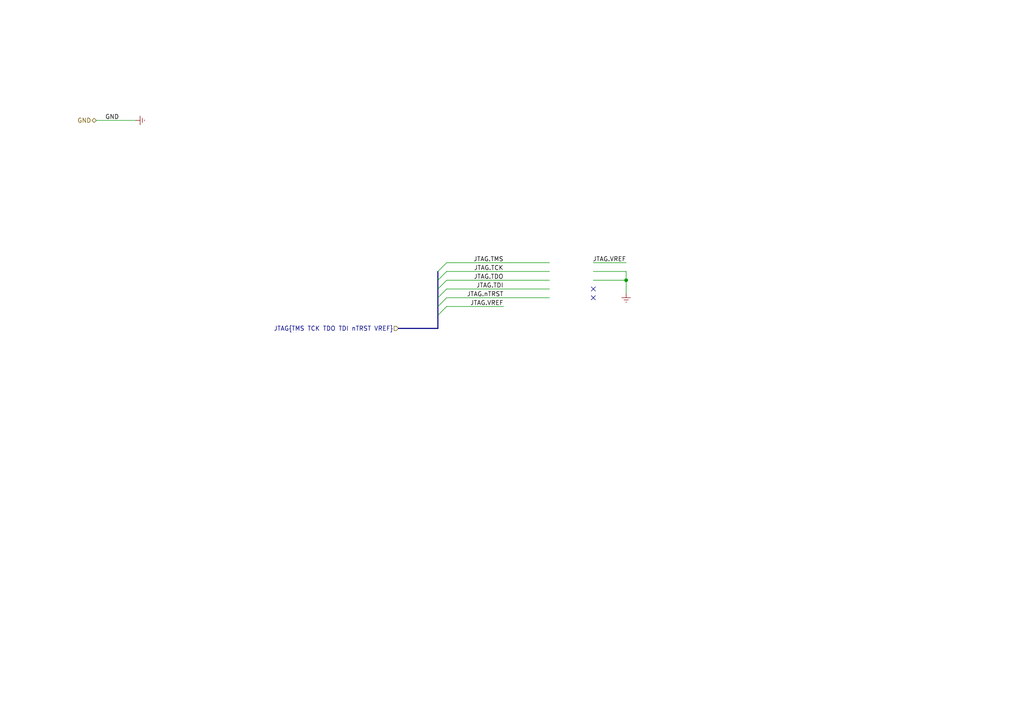
<source format=kicad_sch>
(kicad_sch (version 20250114) (generator "eeschema") (generator_version "9.0")
  (paper "A4")
  (lib_symbols
    (symbol "Conn_02x05_Odd_Even:Conn_02x05_Odd_Even" (pin_names (offset 1.016) (hide yes))
      (property "Reference" "J" (at 1.27 7.62 0))
      (property "Value" "Conn_02x05_Odd_Even" (at 1.27 -7.62 0))
      (symbol "Conn_02x05_Odd_Even_1_1"
        (rectangle (start -1.27 6.35) (end 3.81 -6.35) (stroke (width 0.254)) (fill (type background)))
        (rectangle (start -1.27 5.207) (end 0 4.953) (stroke (width 0.1524)))
        (rectangle (start -1.27 2.667) (end 0 2.413) (stroke (width 0.1524)))
        (rectangle (start -1.27 0.127) (end 0 -0.127) (stroke (width 0.1524)))
        (rectangle (start -1.27 -2.413) (end 0 -2.667) (stroke (width 0.1524)))
        (rectangle (start -1.27 -4.953) (end 0 -5.207) (stroke (width 0.1524)))
        (rectangle (start 3.81 5.207) (end 2.54 4.953) (stroke (width 0.1524)))
        (rectangle (start 3.81 2.667) (end 2.54 2.413) (stroke (width 0.1524)))
        (rectangle (start 3.81 0.127) (end 2.54 -0.127) (stroke (width 0.1524)))
        (rectangle (start 3.81 -2.413) (end 2.54 -2.667) (stroke (width 0.1524)))
        (rectangle (start 3.81 -4.953) (end 2.54 -5.207) (stroke (width 0.1524)))
        (pin passive line (at -5.08 5.08 0) (length 3.81) (name "Pin_1") (number "1"))
        (pin passive line (at -5.08 2.54 0) (length 3.81) (name "Pin_3") (number "3"))
        (pin passive line (at -5.08 0 0) (length 3.81) (name "Pin_5") (number "5"))
        (pin passive line (at -5.08 -2.54 0) (length 3.81) (name "Pin_7") (number "7"))
        (pin passive line (at -5.08 -5.08 0) (length 3.81) (name "Pin_9") (number "9"))
        (pin passive line (at 7.62 5.08 180) (length 3.81) (name "Pin_2") (number "2"))
        (pin passive line (at 7.62 2.54 180) (length 3.81) (name "Pin_4") (number "4"))
        (pin passive line (at 7.62 0 180) (length 3.81) (name "Pin_6") (number "6"))
        (pin passive line (at 7.62 -2.54 180) (length 3.81) (name "Pin_8") (number "8"))
        (pin passive line (at 7.62 -5.08 180) (length 3.81) (name "Pin_10") (number "10"))
      )
    )
    (symbol "power:GNDREF" (power) (pin_names (offset 0))
      (property "Value" "GNDREF" (at 0 -3.81 0))
      (symbol "GNDREF_0_1"
        (polyline (pts (xy -0.635 -1.905) (xy 0.635 -1.905)))
        (polyline (pts (xy -0.127 -2.54) (xy 0.127 -2.54)))
        (polyline (pts (xy 0 -1.27) (xy 0 0)))
        (polyline (pts (xy 1.27 -1.27) (xy -1.27 -1.27)))
      )
      (symbol "GNDREF_1_1"
        (pin power_in line (at 0 0 270) (length 0) (hide yes) (name "GNDREF") (number "1"))
      )
    )
  )
  (junction (at 181.61 81.28))
  (no_connect (at 172.085 86.36))
  (no_connect (at 172.085 83.82))
  (bus_entry (at 127 83.82) (size 2.54 -2.54))
  (bus_entry (at 127 91.44) (size 2.54 -2.54))
  (bus_entry (at 127 88.9) (size 2.54 -2.54))
  (bus_entry (at 127 86.36) (size 2.54 -2.54))
  (bus_entry (at 127 78.74) (size 2.54 -2.54))
  (bus_entry (at 127 81.28) (size 2.54 -2.54))
  (bus (pts (xy 127 86.36) (xy 127 88.9)))
  (wire (pts (xy 129.54 81.28) (xy 159.385 81.28)))
  (wire (pts (xy 27.94 34.925) (xy 39.37 34.925)))
  (bus (pts (xy 127 81.28) (xy 127 83.82)))
  (wire (pts (xy 181.61 78.74) (xy 181.61 81.28)))
  (bus (pts (xy 127 83.82) (xy 127 86.36)))
  (bus (pts (xy 127 78.74) (xy 127 81.28)))
  (wire (pts (xy 172.085 76.2) (xy 181.61 76.2)))
  (bus (pts (xy 127 88.9) (xy 127 91.44)))
  (wire (pts (xy 129.54 83.82) (xy 159.385 83.82)))
  (wire (pts (xy 129.54 88.9) (xy 146.05 88.9)))
  (wire (pts (xy 129.54 76.2) (xy 159.385 76.2)))
  (wire (pts (xy 172.085 78.74) (xy 181.61 78.74)))
  (bus (pts (xy 115.57 95.25) (xy 127 95.25)))
  (wire (pts (xy 181.61 85.09) (xy 181.61 81.28)))
  (wire (pts (xy 129.54 78.74) (xy 159.385 78.74)))
  (wire (pts (xy 172.085 81.28) (xy 181.61 81.28)))
  (bus (pts (xy 127 91.44) (xy 127 95.25)))
  (wire (pts (xy 129.54 86.36) (xy 159.385 86.36)))
  (label "JTAG.VREF" (at 181.61 76.2 180))
  (label "JTAG.VREF" (at 146.05 88.9 180))
  (label "GND" (at 30.48 34.925 0))
  (label "JTAG.TDI" (at 146.05 83.82 180))
  (label "JTAG.TCK" (at 146.05 78.74 180))
  (label "JTAG.nTRST" (at 146.05 86.36 180))
  (label "JTAG.TDO" (at 146.05 81.28 180))
  (label "JTAG.TMS" (at 146.05 76.2 180))
  (hierarchical_label "JTAG{TMS TCK TDO TDI nTRST VREF}" (shape input) (at 115.57 95.25 180))
  (hierarchical_label "GND" (shape bidirectional) (at 27.94 34.925 180))
  (symbol (lib_id "power:GNDREF") (at 181.61 85.09 0) (unit 1)
    (property "Reference" "#PWR0109" (effects (hide yes)))
    (property "Value" "GNDREF" (effects (hide yes)))
  )
  (symbol (lib_id "Connector_Generic:Conn_02x05_Odd_Even") (at 167.005 81.28 0) (mirror y) (unit 1)
    (property "Reference" "J34" (at 165.735 73.66 0))
    (property "Value" "Conn_02x05_Odd_Even" (effects (hide yes)))
    (property "Footprint" "Connector_PinHeader_2.54mm:PinHeader_2x05_P2.54mm_Vertical" (effects (hide yes)))
  )
  (symbol (lib_id "power:GNDREF") (at 39.37 34.925 90) (unit 1)
    (property "Reference" "#PWR0108" (effects (hide yes)))
    (property "Value" "GNDREF" (effects (hide yes)))
  )
)
</source>
